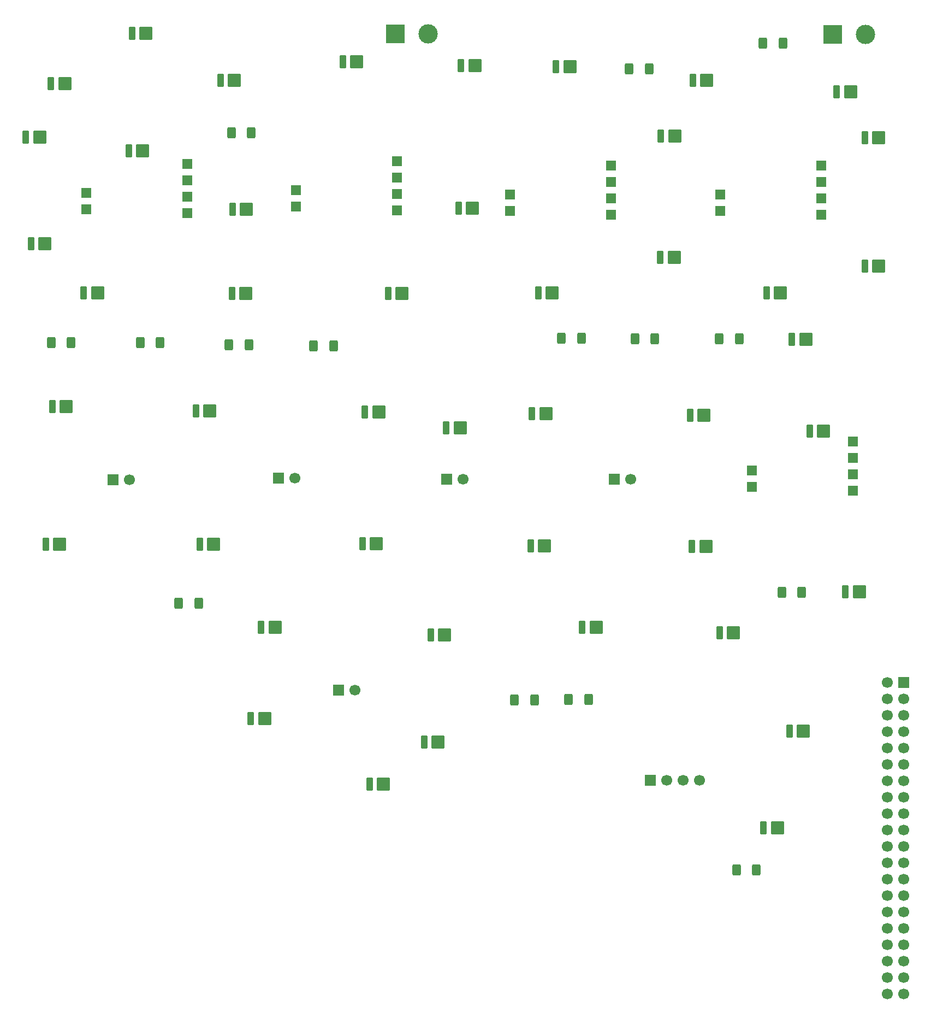
<source format=gbr>
%TF.GenerationSoftware,KiCad,Pcbnew,9.0.2*%
%TF.CreationDate,2025-07-01T15:24:06+02:00*%
%TF.ProjectId,oxygen_calls_rain-rplnt_wipers,6f787967-656e-45f6-9361-6c6c735f7261,rev?*%
%TF.SameCoordinates,Original*%
%TF.FileFunction,Soldermask,Top*%
%TF.FilePolarity,Negative*%
%FSLAX46Y46*%
G04 Gerber Fmt 4.6, Leading zero omitted, Abs format (unit mm)*
G04 Created by KiCad (PCBNEW 9.0.2) date 2025-07-01 15:24:06*
%MOMM*%
%LPD*%
G01*
G04 APERTURE LIST*
G04 Aperture macros list*
%AMRoundRect*
0 Rectangle with rounded corners*
0 $1 Rounding radius*
0 $2 $3 $4 $5 $6 $7 $8 $9 X,Y pos of 4 corners*
0 Add a 4 corners polygon primitive as box body*
4,1,4,$2,$3,$4,$5,$6,$7,$8,$9,$2,$3,0*
0 Add four circle primitives for the rounded corners*
1,1,$1+$1,$2,$3*
1,1,$1+$1,$4,$5*
1,1,$1+$1,$6,$7*
1,1,$1+$1,$8,$9*
0 Add four rect primitives between the rounded corners*
20,1,$1+$1,$2,$3,$4,$5,0*
20,1,$1+$1,$4,$5,$6,$7,0*
20,1,$1+$1,$6,$7,$8,$9,0*
20,1,$1+$1,$8,$9,$2,$3,0*%
G04 Aperture macros list end*
%ADD10R,1.700000X1.700000*%
%ADD11C,1.700000*%
%ADD12R,1.500000X1.500000*%
%ADD13R,3.000000X3.000000*%
%ADD14C,3.000000*%
%ADD15RoundRect,0.165000X-0.385000X-0.885000X0.385000X-0.885000X0.385000X0.885000X-0.385000X0.885000X0*%
%ADD16RoundRect,0.315000X-0.735000X-0.735000X0.735000X-0.735000X0.735000X0.735000X-0.735000X0.735000X0*%
%ADD17RoundRect,0.250000X-0.400000X-0.625000X0.400000X-0.625000X0.400000X0.625000X-0.400000X0.625000X0*%
G04 APERTURE END LIST*
D10*
%TO.C,J3*%
X167975000Y-126710000D03*
D11*
X165435000Y-126710000D03*
X167975000Y-129250000D03*
X165435000Y-129250000D03*
X167975000Y-131790000D03*
X165435000Y-131790000D03*
X167975000Y-134330000D03*
X165435000Y-134330000D03*
X167975000Y-136870000D03*
X165435000Y-136870000D03*
X167975000Y-139410000D03*
X165435000Y-139410000D03*
X167975000Y-141950000D03*
X165435000Y-141950000D03*
X167975000Y-144490000D03*
X165435000Y-144490000D03*
X167975000Y-147030000D03*
X165435000Y-147030000D03*
X167975000Y-149570000D03*
X165435000Y-149570000D03*
X167975000Y-152110000D03*
X165435000Y-152110000D03*
X167975000Y-154650000D03*
X165435000Y-154650000D03*
X167975000Y-157190000D03*
X165435000Y-157190000D03*
X167975000Y-159730000D03*
X165435000Y-159730000D03*
X167975000Y-162270000D03*
X165435000Y-162270000D03*
X167975000Y-164810000D03*
X165435000Y-164810000D03*
X167975000Y-167350000D03*
X165435000Y-167350000D03*
X167975000Y-169890000D03*
X165435000Y-169890000D03*
X167975000Y-172430000D03*
X165435000Y-172430000D03*
X167975000Y-174970000D03*
X165435000Y-174970000D03*
%TD*%
D12*
%TO.C,KR5*%
X89450000Y-45925000D03*
X89450000Y-48465000D03*
X89450000Y-51005000D03*
X89450000Y-53545000D03*
X73750000Y-50425000D03*
X73750000Y-52965000D03*
%TD*%
D13*
%TO.C,J2*%
X89210000Y-26200000D03*
D14*
X94290000Y-26200000D03*
%TD*%
D15*
%TO.C,D31*%
X84060000Y-105200000D03*
D16*
X86210000Y-105200000D03*
%TD*%
D15*
%TO.C,D41*%
X85160000Y-142400000D03*
D16*
X87310000Y-142400000D03*
%TD*%
D10*
%TO.C,J7*%
X123100000Y-95200000D03*
D11*
X125640000Y-95200000D03*
%TD*%
D15*
%TO.C,D17*%
X130260000Y-60800000D03*
D16*
X132410000Y-60800000D03*
%TD*%
D15*
%TO.C,D37*%
X68360000Y-118100000D03*
D16*
X70510000Y-118100000D03*
%TD*%
D15*
%TO.C,D29*%
X34960000Y-105300000D03*
D16*
X37110000Y-105300000D03*
%TD*%
D15*
%TO.C,D7*%
X35760000Y-33900000D03*
D16*
X37910000Y-33900000D03*
%TD*%
D15*
%TO.C,D23*%
X110360000Y-85000000D03*
D16*
X112510000Y-85000000D03*
%TD*%
D15*
%TO.C,D27*%
X31860000Y-42200000D03*
D16*
X34010000Y-42200000D03*
%TD*%
D15*
%TO.C,D26*%
X161960000Y-62200000D03*
D16*
X164110000Y-62200000D03*
%TD*%
D17*
%TO.C,R15*%
X142050000Y-155700000D03*
X145150000Y-155700000D03*
%TD*%
D10*
%TO.C,J6*%
X97125000Y-95200000D03*
D11*
X99665000Y-95200000D03*
%TD*%
D15*
%TO.C,D40*%
X93660000Y-135900000D03*
D16*
X95810000Y-135900000D03*
%TD*%
D15*
%TO.C,D44*%
X150300000Y-134200000D03*
D16*
X152450000Y-134200000D03*
%TD*%
D15*
%TO.C,D12*%
X63910000Y-53350000D03*
D16*
X66060000Y-53350000D03*
%TD*%
D15*
%TO.C,D35*%
X153400000Y-87700000D03*
D16*
X155550000Y-87700000D03*
%TD*%
D15*
%TO.C,D19*%
X161960000Y-42300000D03*
D16*
X164110000Y-42300000D03*
%TD*%
D15*
%TO.C,D38*%
X94650000Y-119300000D03*
D16*
X96800000Y-119300000D03*
%TD*%
D15*
%TO.C,D15*%
X157600000Y-35125000D03*
D16*
X159750000Y-35125000D03*
%TD*%
D17*
%TO.C,R5*%
X146150000Y-27600000D03*
X149250000Y-27600000D03*
%TD*%
D12*
%TO.C,KR1*%
X56950000Y-46350000D03*
X56950000Y-48890000D03*
X56950000Y-51430000D03*
X56950000Y-53970000D03*
X41250000Y-50850000D03*
X41250000Y-53390000D03*
%TD*%
D15*
%TO.C,D45*%
X146260000Y-149200000D03*
D16*
X148410000Y-149200000D03*
%TD*%
D15*
%TO.C,D5*%
X114100000Y-31275000D03*
D16*
X116250000Y-31275000D03*
%TD*%
D17*
%TO.C,R7*%
X63350000Y-74400000D03*
X66450000Y-74400000D03*
%TD*%
%TO.C,R14*%
X116000000Y-129300000D03*
X119100000Y-129300000D03*
%TD*%
D15*
%TO.C,D24*%
X111360000Y-66300000D03*
D16*
X113510000Y-66300000D03*
%TD*%
D15*
%TO.C,D8*%
X47860000Y-44300000D03*
D16*
X50010000Y-44300000D03*
%TD*%
D17*
%TO.C,R2*%
X125400000Y-31600000D03*
X128500000Y-31600000D03*
%TD*%
D15*
%TO.C,D16*%
X130360000Y-42000000D03*
D16*
X132510000Y-42000000D03*
%TD*%
D15*
%TO.C,D4*%
X99360000Y-31100000D03*
D16*
X101510000Y-31100000D03*
%TD*%
D15*
%TO.C,D34*%
X150660000Y-73500000D03*
D16*
X152810000Y-73500000D03*
%TD*%
D15*
%TO.C,D20*%
X35960000Y-83900000D03*
D16*
X38110000Y-83900000D03*
%TD*%
D15*
%TO.C,D36*%
X158960000Y-112600000D03*
D16*
X161110000Y-112600000D03*
%TD*%
D17*
%TO.C,R11*%
X114900000Y-73300000D03*
X118000000Y-73300000D03*
%TD*%
D15*
%TO.C,D43*%
X139460000Y-119000000D03*
D16*
X141610000Y-119000000D03*
%TD*%
D17*
%TO.C,R9*%
X49600000Y-74000000D03*
X52700000Y-74000000D03*
%TD*%
D10*
%TO.C,J4*%
X45400000Y-95300000D03*
D11*
X47940000Y-95300000D03*
%TD*%
D17*
%TO.C,R12*%
X149100000Y-112700000D03*
X152200000Y-112700000D03*
%TD*%
D15*
%TO.C,D33*%
X135160000Y-105600000D03*
D16*
X137310000Y-105600000D03*
%TD*%
D17*
%TO.C,R13*%
X107650000Y-129400000D03*
X110750000Y-129400000D03*
%TD*%
D15*
%TO.C,D13*%
X88060000Y-66400000D03*
D16*
X90210000Y-66400000D03*
%TD*%
D15*
%TO.C,D10*%
X40850000Y-66300000D03*
D16*
X43000000Y-66300000D03*
%TD*%
D17*
%TO.C,R10*%
X55550000Y-114400000D03*
X58650000Y-114400000D03*
%TD*%
D15*
%TO.C,D6*%
X135300000Y-33375000D03*
D16*
X137450000Y-33375000D03*
%TD*%
D15*
%TO.C,D14*%
X98950000Y-53200000D03*
D16*
X101100000Y-53200000D03*
%TD*%
D17*
%TO.C,R4*%
X76500000Y-74500000D03*
X79600000Y-74500000D03*
%TD*%
D12*
%TO.C,KR4*%
X160150000Y-89350000D03*
X160150000Y-91890000D03*
X160150000Y-94430000D03*
X160150000Y-96970000D03*
X144450000Y-93850000D03*
X144450000Y-96390000D03*
%TD*%
D10*
%TO.C,J9*%
X128690000Y-141800000D03*
D11*
X131230000Y-141800000D03*
X133770000Y-141800000D03*
X136310000Y-141800000D03*
%TD*%
D10*
%TO.C,J5*%
X71025000Y-95000000D03*
D11*
X73565000Y-95000000D03*
%TD*%
D17*
%TO.C,R6*%
X139400000Y-73400000D03*
X142500000Y-73400000D03*
%TD*%
D15*
%TO.C,D39*%
X66750000Y-132300000D03*
D16*
X68900000Y-132300000D03*
%TD*%
D15*
%TO.C,D18*%
X146750000Y-66300000D03*
D16*
X148900000Y-66300000D03*
%TD*%
D15*
%TO.C,D21*%
X58250000Y-84600000D03*
D16*
X60400000Y-84600000D03*
%TD*%
D10*
%TO.C,J8*%
X80325000Y-127900000D03*
D11*
X82865000Y-127900000D03*
%TD*%
D15*
%TO.C,D9*%
X32660000Y-58700000D03*
D16*
X34810000Y-58700000D03*
%TD*%
D15*
%TO.C,D28*%
X97060000Y-87200000D03*
D16*
X99210000Y-87200000D03*
%TD*%
D15*
%TO.C,D32*%
X110160000Y-105500000D03*
D16*
X112310000Y-105500000D03*
%TD*%
D15*
%TO.C,D22*%
X84460000Y-84800000D03*
D16*
X86610000Y-84800000D03*
%TD*%
D17*
%TO.C,R8*%
X126300000Y-73400000D03*
X129400000Y-73400000D03*
%TD*%
D15*
%TO.C,D25*%
X134860000Y-85300000D03*
D16*
X137010000Y-85300000D03*
%TD*%
D15*
%TO.C,D1*%
X48350000Y-26100000D03*
D16*
X50500000Y-26100000D03*
%TD*%
D17*
%TO.C,R3*%
X35800000Y-74000000D03*
X38900000Y-74000000D03*
%TD*%
D15*
%TO.C,D3*%
X62060000Y-33400000D03*
D16*
X64210000Y-33400000D03*
%TD*%
D15*
%TO.C,D42*%
X118160000Y-118100000D03*
D16*
X120310000Y-118100000D03*
%TD*%
D17*
%TO.C,R1*%
X63750000Y-41500000D03*
X66850000Y-41500000D03*
%TD*%
D12*
%TO.C,KR3*%
X155250000Y-46550000D03*
X155250000Y-49090000D03*
X155250000Y-51630000D03*
X155250000Y-54170000D03*
X139550000Y-51050000D03*
X139550000Y-53590000D03*
%TD*%
D15*
%TO.C,D30*%
X58860000Y-105300000D03*
D16*
X61010000Y-105300000D03*
%TD*%
D12*
%TO.C,KR2*%
X122650000Y-46550000D03*
X122650000Y-49090000D03*
X122650000Y-51630000D03*
X122650000Y-54170000D03*
X106950000Y-51050000D03*
X106950000Y-53590000D03*
%TD*%
D15*
%TO.C,D2*%
X81010000Y-30475000D03*
D16*
X83160000Y-30475000D03*
%TD*%
D15*
%TO.C,D11*%
X63860000Y-66400000D03*
D16*
X66010000Y-66400000D03*
%TD*%
D13*
%TO.C,J1*%
X156975000Y-26250000D03*
D14*
X162055000Y-26250000D03*
%TD*%
M02*

</source>
